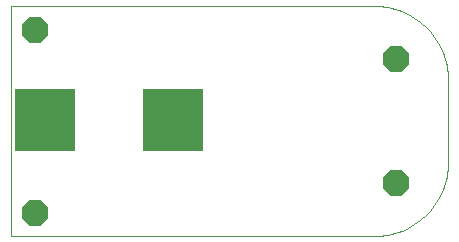
<source format=gbs>
G75*
G70*
%OFA0B0*%
%FSLAX24Y24*%
%IPPOS*%
%LPD*%
%AMOC8*
5,1,8,0,0,1.08239X$1,22.5*
%
%ADD10C,0.0000*%
%ADD11R,0.2009X0.2087*%
%ADD12OC8,0.0890*%
D10*
X000100Y000101D02*
X000100Y007779D01*
X012203Y007779D01*
X012320Y007776D01*
X012437Y007768D01*
X012554Y007754D01*
X012669Y007734D01*
X012784Y007710D01*
X012897Y007679D01*
X013009Y007643D01*
X013119Y007602D01*
X013227Y007556D01*
X013332Y007505D01*
X013435Y007449D01*
X013535Y007388D01*
X013632Y007322D01*
X013726Y007252D01*
X013817Y007177D01*
X013903Y007098D01*
X013986Y007015D01*
X014065Y006929D01*
X014140Y006838D01*
X014210Y006744D01*
X014276Y006647D01*
X014337Y006547D01*
X014393Y006444D01*
X014444Y006339D01*
X014490Y006231D01*
X014531Y006121D01*
X014567Y006009D01*
X014598Y005896D01*
X014622Y005781D01*
X014642Y005666D01*
X014656Y005549D01*
X014664Y005432D01*
X014667Y005315D01*
X014667Y002566D01*
X014664Y002449D01*
X014656Y002332D01*
X014642Y002215D01*
X014622Y002100D01*
X014598Y001985D01*
X014567Y001872D01*
X014531Y001760D01*
X014490Y001650D01*
X014444Y001542D01*
X014393Y001437D01*
X014337Y001334D01*
X014276Y001234D01*
X014210Y001137D01*
X014140Y001043D01*
X014065Y000952D01*
X013986Y000866D01*
X013903Y000783D01*
X013817Y000704D01*
X013726Y000629D01*
X013632Y000559D01*
X013535Y000493D01*
X013435Y000432D01*
X013332Y000376D01*
X013227Y000325D01*
X013119Y000279D01*
X013009Y000238D01*
X012897Y000202D01*
X012784Y000171D01*
X012669Y000147D01*
X012554Y000127D01*
X012437Y000113D01*
X012320Y000105D01*
X012203Y000102D01*
X012203Y000101D02*
X000100Y000101D01*
D11*
X001242Y003960D03*
X005513Y003960D03*
D12*
X000887Y006991D03*
X000887Y000889D03*
X012944Y001873D03*
X012944Y006007D03*
M02*

</source>
